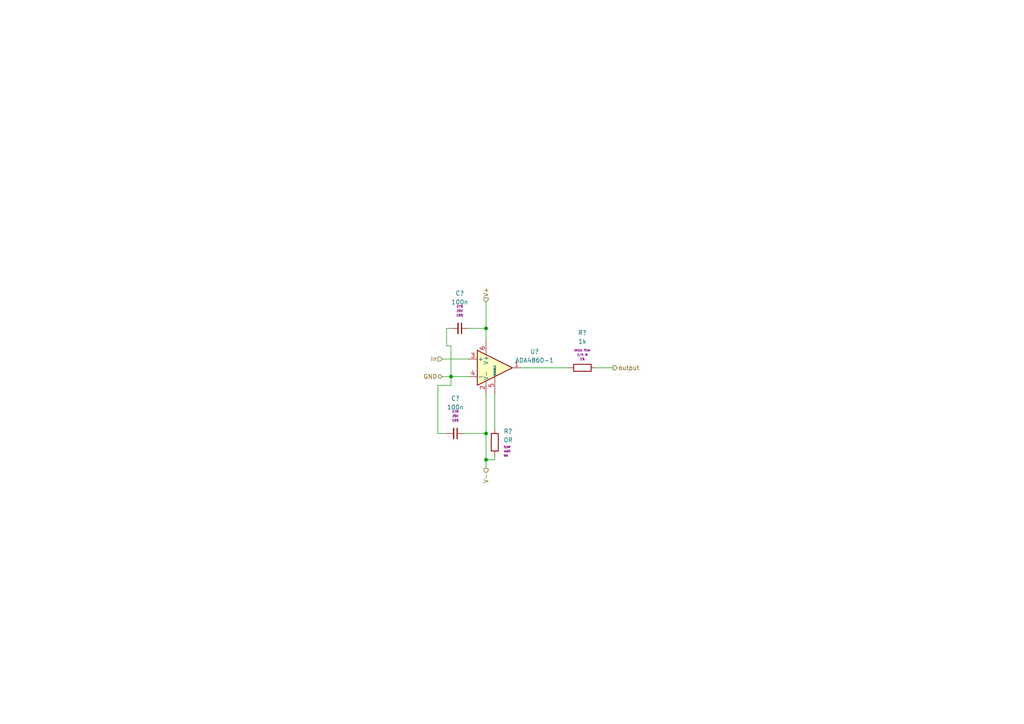
<source format=kicad_sch>
(kicad_sch (version 20211123) (generator eeschema)
  (paper "A4")
  (lib_symbols
    (symbol "000_SMD_Resitors:R_1206" (pin_numbers hide) (pin_names (offset 0))
      (property "Reference" "R" (at -2.54 0 90))
      (property "Value" "R_1206" (at 0 0 90))
      (property "type" "type" (at 3.81 0 90))
      (property "watt" "watt" (at 2.54 1.27 90))
      (property "tol" "tol" (at 2.54 -1.27 90))
      (symbol "R_1206_0_1"
        (rectangle (start -1.016 -2.54) (end 1.016 2.54) (stroke (width 0.254)))
      )
      (symbol "R_1206_1_1"
        (pin passive line (at 0 3.81 270) (length 1.27) (name "~") (number "1"))
        (pin passive line (at 0 -3.81 90) (length 1.27) (name "~") (number "2"))
      )
    )
    (symbol "010_SMD_Capacitors:C_0805_hs" (pin_numbers hide) (pin_names (offset 0.254) hide)
      (property "Reference" "C" (at 1.905 1.905 0))
      (property "Value" "C_0805_hs" (at 1.905 -0.635 0))
      (property "type" "type" (at 4.445 -3.81 0))
      (property "voltage" "volt" (at 3.175 -2.54 0))
      (property "tol" "tol" (at 5.715 -2.54 0))
      (symbol "C_0805_hs_0_1"
        (polyline (pts (xy -1.524 -0.508) (xy 1.524 -0.508)) (stroke (width 0.3302)))
        (polyline (pts (xy -1.524 0.508) (xy 1.524 0.508)) (stroke (width 0.3048)))
      )
      (symbol "C_0805_hs_1_1"
        (pin passive line (at 0 2.54 270) (length 2.032) (name "~") (number "1"))
        (pin passive line (at 0 -2.54 90) (length 2.032) (name "~") (number "2"))
      )
    )
    (symbol "200_OPAMP:ADA4860-1" (pin_names (offset 0.127))
      (property "Reference" "U" (at 1.27 3.81 0))
      (property "Value" "ADA4860-1" (at 1.27 -3.81 0))
      (symbol "ADA4860-1_0_1"
        (polyline (pts (xy -5.08 5.08) (xy 5.08 0) (xy -5.08 -5.08) (xy -5.08 5.08)) (stroke (width 0.254)) (fill (type background)))
      )
      (symbol "ADA4860-1_1_1"
        (pin output line (at 7.62 0 180) (length 2.54) (name "~") (number "1"))
        (pin power_in line (at -2.54 -7.62 90) (length 3.81) (name "V-") (number "2"))
        (pin input line (at -7.62 2.54 0) (length 2.54) (name "+") (number "3"))
        (pin input line (at -7.62 -2.54 0) (length 2.54) (name "-") (number "4"))
        (pin input line (at 0 -7.62 90) (length 5.08) (name "DISABLE") (number "5"))
        (pin power_in line (at -2.54 7.62 270) (length 3.81) (name "V+") (number "6"))
      )
    )
  )
  (junction (at 130.81 109.22))
  (junction (at 140.97 133.35))
  (junction (at 140.97 125.73))
  (junction (at 140.97 95.25))
  (wire (pts (xy 129.54 95.25) (xy 129.54 100.33)))
  (wire (pts (xy 135.89 95.25) (xy 140.97 95.25)))
  (wire (pts (xy 143.51 132.08) (xy 143.51 133.35)))
  (wire (pts (xy 151.13 106.68) (xy 165.1 106.68)))
  (wire (pts (xy 143.51 114.3) (xy 143.51 124.46)))
  (wire (pts (xy 172.72 106.68) (xy 177.8 106.68)))
  (wire (pts (xy 129.54 100.33) (xy 130.81 100.33)))
  (wire (pts (xy 130.81 95.25) (xy 129.54 95.25)))
  (wire (pts (xy 128.27 104.14) (xy 135.89 104.14)))
  (wire (pts (xy 140.97 114.3) (xy 140.97 125.73)))
  (wire (pts (xy 129.54 125.73) (xy 127 125.73)))
  (wire (pts (xy 140.97 125.73) (xy 140.97 133.35)))
  (wire (pts (xy 130.81 111.76) (xy 130.81 109.22)))
  (wire (pts (xy 140.97 133.35) (xy 143.51 133.35)))
  (wire (pts (xy 140.97 87.63) (xy 140.97 95.25)))
  (wire (pts (xy 127 111.76) (xy 130.81 111.76)))
  (wire (pts (xy 127 125.73) (xy 127 111.76)))
  (wire (pts (xy 140.97 95.25) (xy 140.97 99.06)))
  (wire (pts (xy 128.27 109.22) (xy 130.81 109.22)))
  (wire (pts (xy 134.62 125.73) (xy 140.97 125.73)))
  (wire (pts (xy 130.81 109.22) (xy 135.89 109.22)))
  (wire (pts (xy 130.81 100.33) (xy 130.81 109.22)))
  (wire (pts (xy 140.97 133.35) (xy 140.97 135.89)))
  (hierarchical_label "V+" (shape input) (at 140.97 87.63 90))
  (hierarchical_label "In" (shape input) (at 128.27 104.14 180))
  (hierarchical_label "GND" (shape bidirectional) (at 128.27 109.22 180))
  (hierarchical_label "output" (shape output) (at 177.8 106.68 0))
  (hierarchical_label "V-" (shape output) (at 140.97 135.89 270))
  (symbol (lib_id "010_SMD_Capacitors:C_0805_hs") (at 132.08 125.73 270) (unit 1)
    (property "Reference" "C?" (at 132.0736 115.57 90))
    (property "Value" "100n" (at 132.0736 118.11 90))
    (property "Footprint" "Capacitor_SMD:C_0805_2012Metric_Pad1.18x1.45mm_HandSolder" (effects hide))
    (property "Datasheet" "ds" (effects hide))
    (property "type" "X7R" (at 132.0736 119.38 90) (effects (font (size 0.635 0.635))))
    (property "voltage" "25V" (at 132.0736 120.65 90) (effects (font (size 0.635 0.635))))
    (property "tol" "10%" (at 132.0736 121.92 90) (effects (font (size 0.635 0.635))))
    (property "man" "man" (effects hide))
    (property "man_no" "man_no" (effects hide))
    (property "dist" "dist" (effects hide))
    (property "dist_no" "dist_no" (effects hide))
  )
  (symbol (lib_id "000_SMD_Resitors:R_1206") (at 143.51 128.27 0) (unit 1)
    (property "Reference" "R?" (at 146.05 125.0949 0) (effects (justify left)))
    (property "Value" "0R" (at 146.05 127.6349 0) (effects (justify left)))
    (property "Footprint" "Resistor_SMD:R_1206_3216Metric" (effects hide))
    (property "Datasheet" "ds" (effects hide))
    (property "type" "type" (at 146.05 129.54 0) (effects (font (size 0.635 0.635)) (justify left)))
    (property "watt" "watt" (at 146.05 130.81 0) (effects (font (size 0.635 0.635)) (justify left)))
    (property "tol" "tol" (at 146.05 132.08 0) (effects (font (size 0.635 0.635)) (justify left)))
    (property "man" "man" (effects hide))
    (property "man_no" "man_no" (effects hide))
    (property "dist" "dist" (effects hide))
    (property "dist_no" "dist_no" (effects hide))
  )
  (symbol (lib_id "000_SMD_Resitors:R_1206") (at 168.91 106.68 90) (unit 1)
    (property "Reference" "R?" (at 168.91 96.52 90))
    (property "Value" "1k" (at 168.91 99.06 90))
    (property "Footprint" "Resistor_SMD:R_1206_3216Metric" (effects hide))
    (property "Datasheet" "ds" (effects hide))
    (property "type" "thick film" (at 168.91 101.6 90) (effects (font (size 0.635 0.635))))
    (property "watt" "1/4 W" (at 168.91 102.87 90) (effects (font (size 0.635 0.635))))
    (property "tol" "1%" (at 168.91 104.14 90) (effects (font (size 0.635 0.635))))
    (property "man" "man" (effects hide))
    (property "man_no" "man_no" (effects hide))
    (property "dist" "dist" (effects hide))
    (property "dist_no" "dist_no" (effects hide))
  )
  (symbol (lib_id "200_OPAMP:ADA4860-1") (at 143.51 106.68 0) (unit 1)
    (property "Reference" "U?" (at 155.0416 101.981 0))
    (property "Value" "ADA4860-1" (at 155.0416 104.521 0))
    (property "Footprint" "Package_TO_SOT_SMD:SOT-23-6" (effects hide))
    (property "Datasheet" "https://www.analog.com/media/en/technical-documentation/data-sheets/ADA4860-1.pdf" (effects hide))
  )
  (symbol (lib_id "010_SMD_Capacitors:C_0805_hs") (at 133.35 95.25 270) (unit 1)
    (property "Reference" "C?" (at 133.3436 85.09 90))
    (property "Value" "100n" (at 133.3436 87.63 90))
    (property "Footprint" "Capacitor_SMD:C_0805_2012Metric_Pad1.18x1.45mm_HandSolder" (effects hide))
    (property "Datasheet" "ds" (effects hide))
    (property "type" "X7R" (at 133.3436 88.9 90) (effects (font (size 0.635 0.635))))
    (property "voltage" "25V" (at 133.3436 90.17 90) (effects (font (size 0.635 0.635))))
    (property "tol" "10%" (at 133.3436 91.44 90) (effects (font (size 0.635 0.635))))
    (property "man" "man" (effects hide))
    (property "man_no" "man_no" (effects hide))
    (property "dist" "dist" (effects hide))
    (property "dist_no" "dist_no" (effects hide))
  )
)
</source>
